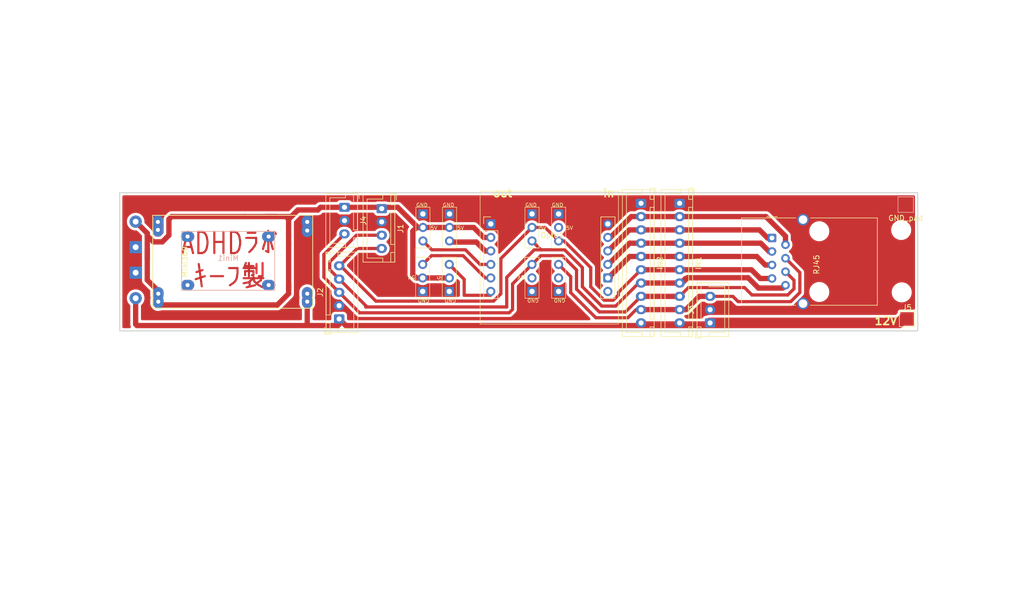
<source format=kicad_pcb>
(kicad_pcb
	(version 20240108)
	(generator "pcbnew")
	(generator_version "8.0")
	(general
		(thickness 1.6)
		(legacy_teardrops no)
	)
	(paper "A4")
	(layers
		(0 "F.Cu" signal)
		(31 "B.Cu" signal)
		(32 "B.Adhes" user "B.Adhesive")
		(33 "F.Adhes" user "F.Adhesive")
		(34 "B.Paste" user)
		(35 "F.Paste" user)
		(36 "B.SilkS" user "B.Silkscreen")
		(37 "F.SilkS" user "F.Silkscreen")
		(38 "B.Mask" user)
		(39 "F.Mask" user)
		(40 "Dwgs.User" user "User.Drawings")
		(41 "Cmts.User" user "User.Comments")
		(42 "Eco1.User" user "User.Eco1")
		(43 "Eco2.User" user "User.Eco2")
		(44 "Edge.Cuts" user)
		(45 "Margin" user)
		(46 "B.CrtYd" user "B.Courtyard")
		(47 "F.CrtYd" user "F.Courtyard")
		(48 "B.Fab" user)
		(49 "F.Fab" user)
		(50 "User.1" user)
		(51 "User.2" user)
		(52 "User.3" user)
		(53 "User.4" user)
		(54 "User.5" user)
		(55 "User.6" user)
		(56 "User.7" user)
		(57 "User.8" user)
		(58 "User.9" user)
	)
	(setup
		(pad_to_mask_clearance 0)
		(allow_soldermask_bridges_in_footprints no)
		(pcbplotparams
			(layerselection 0x0001010_ffffffff)
			(plot_on_all_layers_selection 0x0000000_00000000)
			(disableapertmacros no)
			(usegerberextensions yes)
			(usegerberattributes yes)
			(usegerberadvancedattributes yes)
			(creategerberjobfile no)
			(dashed_line_dash_ratio 12.000000)
			(dashed_line_gap_ratio 3.000000)
			(svgprecision 4)
			(plotframeref no)
			(viasonmask no)
			(mode 1)
			(useauxorigin no)
			(hpglpennumber 1)
			(hpglpenspeed 20)
			(hpglpendiameter 15.000000)
			(pdf_front_fp_property_popups yes)
			(pdf_back_fp_property_popups yes)
			(dxfpolygonmode yes)
			(dxfimperialunits yes)
			(dxfusepcbnewfont yes)
			(psnegative no)
			(psa4output no)
			(plotreference yes)
			(plotvalue yes)
			(plotfptext yes)
			(plotinvisibletext no)
			(sketchpadsonfab no)
			(subtractmaskfromsilk no)
			(outputformat 1)
			(mirror no)
			(drillshape 0)
			(scaleselection 1)
			(outputdirectory "gerber/")
		)
	)
	(net 0 "")
	(net 1 "GND")
	(net 2 "IN4")
	(net 3 "IN1")
	(net 4 "unconnected-(Opto1-NC-Pad6)")
	(net 5 "IN2")
	(net 6 "IN3")
	(net 7 "5V")
	(net 8 "12V")
	(net 9 "OUT2")
	(net 10 "OUT1")
	(net 11 "OUT3")
	(net 12 "OUT4")
	(net 13 "RX3")
	(net 14 "RX2")
	(net 15 "RX1")
	(net 16 "RX4")
	(net 17 "unconnected-(Srv8-5v-Pad2)")
	(net 18 "unconnected-(Srv7-5v-Pad2)")
	(footprint "Mini360_step-down:Mini560_step-down_pro" (layer "F.Cu") (at 89.75 75.75 90))
	(footprint "TestPoint:TestPoint_Pad_2.5x2.5mm" (layer "F.Cu") (at 226 86.5))
	(footprint "Library:Servo_pads" (layer "F.Cu") (at 155.5 66.75))
	(footprint "Library:Servo_pads" (layer "F.Cu") (at 139.95 81.33 180))
	(footprint "Connector_JST:JST_XH_B3B-XH-A_1x03_P2.50mm_Vertical" (layer "F.Cu") (at 120.25 65.5 -90))
	(footprint "Library:Servo_pads" (layer "F.Cu") (at 155.5 81.33 180))
	(footprint "Connector_JST:JST_XH_B10B-XH-A_1x10_P2.50mm_Vertical" (layer "F.Cu") (at 176 64.75 -90))
	(footprint "Library:TLP281_4_module" (layer "F.Cu") (at 159.2532 74.2148))
	(footprint "Connector_JST:JST_XH_B5B-XH-A_1x05_P2.50mm_Vertical" (layer "F.Cu") (at 119.25 86.5 90))
	(footprint "Library:Servo_pads" (layer "F.Cu") (at 160.5 66.75))
	(footprint (layer "F.Cu") (at 225 81.5))
	(footprint "Library:Servo_pads" (layer "F.Cu") (at 140 66.75))
	(footprint "Connector_JST:JST_XH_B4B-XH-A_1x04_P2.50mm_Vertical" (layer "F.Cu") (at 127.25 65.75 -90))
	(footprint (layer "F.Cu") (at 224.895627 69.767739))
	(footprint "Library:Servo_pads" (layer "F.Cu") (at 134.95 81.33 180))
	(footprint "Connector_JST:JST_XH_B10B-XH-A_1x10_P2.50mm_Vertical" (layer "F.Cu") (at 183.25 64.75 -90))
	(footprint "Library:Servo_pads" (layer "F.Cu") (at 160.5 81.33 180))
	(footprint "Connector_RJ:RJ45_Wuerth_7499010001A_Horizontal" (layer "F.Cu") (at 200.61 71.27))
	(footprint "Library:PWR_pads" (layer "F.Cu") (at 81 82.6 90))
	(footprint "Library:Servo_pads" (layer "F.Cu") (at 135 66.75))
	(footprint "Connector_JST:JST_XH_B3B-XH-A_1x03_P2.50mm_Vertical" (layer "F.Cu") (at 188.975 87.25 90))
	(footprint "Mini360_step-down:Mini360_step-down" (layer "B.Cu") (at 98.38 75.57))
	(footprint "TestPoint:TestPoint_Pad_2.5x2.5mm" (layer "B.Cu") (at 225.75 65))
	(footprint (layer "B.Cu") (at 226 86.5 180))
	(gr_rect
		(start 78 62.75)
		(end 228 88.75)
		(stroke
			(width 0.2)
			(type default)
		)
		(fill none)
		(layer "Edge.Cuts")
		(uuid "99981f6e-9965-426a-9d7b-58bc8738d408")
	)
	(gr_text "ADHDラボ\nキーフ製"
		(at 98.5 75.5 0)
		(layer "F.Cu")
		(uuid "5ad55d3a-2cf7-4517-8f81-8359e70fc327")
		(effects
			(font
				(size 4 3)
				(thickness 0.4)
			)
		)
	)
	(gr_text "12V"
		(at 219.75 87.75 0)
		(layer "F.SilkS")
		(uuid "38072ce0-75d8-40d2-97b3-20d963422d8c")
		(effects
			(font
				(size 1.5 1.5)
				(thickness 0.3)
				(bold yes)
			)
			(justify left bottom)
		)
	)
	(gr_text "out               in"
		(at 147.985 63.71 0)
		(layer "F.SilkS")
		(uuid "dd7e562d-5f5e-451f-9a0e-e01f2437c485")
		(effects
			(font
				(size 1.5 1.5)
				(thickness 0.3)
				(bold yes)
			)
			(justify left bottom)
		)
	)
	(segment
		(start 121.75 86.183148)
		(end 119.566852 84)
		(width 0.6)
		(layer "F.Cu")
		(net 1)
		(uuid "1ed6da4e-3fff-4fa8-a247-8e9526ea7cc8")
	)
	(segment
		(start 119.566852 84)
		(end 119.25 84)
		(width 0.6)
		(layer "F.Cu")
		(net 1)
		(uuid "33cc8ec9-a872-457a-b4bd-8638c715052e")
	)
	(segment
		(start 206.45 83.615)
		(end 206.95 83.115)
		(width 0.6)
		(layer "F.Cu")
		(net 1)
		(uuid "50a26b6a-4c95-44de-9236-1e9d488a1a9c")
	)
	(segment
		(start 151.75 86.45)
		(end 121.75 86.45)
		(width 0.6)
		(layer "F.Cu")
		(net 1)
		(uuid "798ad862-dea9-41b1-9626-094cf9562e01")
	)
	(segment
		(start 151.8 86.45)
		(end 151.75 86.45)
		(width 0.6)
		(layer "F.Cu")
		(net 1)
		(uuid "c465f7b8-7971-4b6a-b9f3-64afb0a0ca3b")
	)
	(segment
		(start 121.75 86.45)
		(end 121.75 86.183148)
		(width 0.6)
		(layer "F.Cu")
		(net 1)
		(uuid "f1b5df4e-f00d-40ed-a43b-85065f333f41")
	)
	(segment
		(start 169.826296 78.79)
		(end 169.75 78.79)
		(width 1)
		(layer "F.Cu")
		(net 2)
		(uuid "1e5fae07-9f05-44e6-b7ac-ca395b87b5ed")
	)
	(segment
		(start 183.25 74.75)
		(end 176 74.75)
		(width 1)
		(layer "F.Cu")
		(net 2)
		(uuid "44d3e754-c712-4e25-b63d-57cbbb47c86e")
	)
	(segment
		(start 197.75 74.75)
		(end 199.35 76.35)
		(width 1)
		(layer "F.Cu")
		(net 2)
		(uuid "4fe87027-1d6f-44a2-be59-d6e08937bf15")
	)
	(segment
		(start 176 74.75)
		(end 173.866296 74.75)
		(width 1)
		(layer "F.Cu")
		(net 2)
		(uuid "c22d8460-b7b0-4e9d-b1da-da6de5662381")
	)
	(segment
		(start 199.35 76.35)
		(end 200.61 76.35)
		(width 1)
		(layer "F.Cu")
		(net 2)
		(uuid "d18e3114-db6f-4095-8012-01d0b49c7e83")
	)
	(segment
		(start 170.21 78.79)
		(end 169.775 78.79)
		(width 1)
		(layer "F.Cu")
		(net 2)
		(uuid "d87fbf5d-a945-4913-baaa-0af9e0a6efa6")
	)
	(segment
		(start 183.25 74.75)
		(end 197.75 74.75)
		(width 1)
		(layer "F.Cu")
		(net 2)
		(uuid "dcd2a926-49d4-49b9-8396-3e0b87b3df7a")
	)
	(segment
		(start 173.866296 74.75)
		(end 169.826296 78.79)
		(width 1)
		(layer "F.Cu")
		(net 2)
		(uuid "ff78a822-cd0a-41b0-8369-2fff90534f0b")
	)
	(segment
		(start 174.164976 67.25)
		(end 176 67.25)
		(width 1)
		(layer "F.Cu")
		(net 3)
		(uuid "0804104d-7258-44b2-88ec-25888eead137")
	)
	(segment
		(start 169.851296 71.17)
		(end 169.775 71.17)
		(width 1)
		(layer "F.Cu")
		(net 3)
		(uuid "18b32d1f-bf2a-4d22-9578-7ab2f10b7629")
	)
	(segment
		(start 176 67.25)
		(end 183.25 67.25)
		(width 1)
		(layer "F.Cu")
		(net 3)
		(uuid "30b19611-1099-4a02-88cd-9faa000bfbfb")
	)
	(segment
		(start 199.46581 67.25)
		(end 203.15 70.93419)
		(width 1)
		(layer "F.Cu")
		(net 3)
		(uuid "379ca0ba-6682-46bd-b566-0597d1f8d223")
	)
	(segment
		(start 203.15 70.93419)
		(end 203.15 72.54)
		(width 1)
		(layer "F.Cu")
		(net 3)
		(uuid "445b5968-6c6a-4d62-9bf5-0f53a3a09960")
	)
	(segment
		(start 169.75 71.17)
		(end 170.244976 71.17)
		(width 1)
		(layer "F.Cu")
		(net 3)
		(uuid "56f8fe80-9245-4f07-a7ba-ab5bb72ea6e6")
	)
	(segment
		(start 183.25 67.25)
		(end 199.46581 67.25)
		(width 1)
		(layer "F.Cu")
		(net 3)
		(uuid "b1bfa106-897c-4c0f-997b-3d1ddd81b434")
	)
	(segment
		(start 170.244976 71.17)
		(end 174.164976 67.25)
		(width 1)
		(layer "F.Cu")
		(net 3)
		(uuid "b76577eb-9a6b-453b-b0fd-2ddc0fcfedaa")
	)
	(segment
		(start 173.311296 70.25)
		(end 169.851296 73.71)
		(width 1)
		(layer "F.Cu")
		(net 5)
		(uuid "09035943-06f7-47c0-a757-9b3daef197b5")
	)
	(segment
		(start 173.786296 69.75)
		(end 169.826296 73.71)
		(width 1)
		(layer "F.Cu")
		(net 5)
		(uuid "184f4f78-ffe9-4992-8cd7-be4f70c1e4f3")
	)
	(segment
		(start 198.25 69.75)
		(end 183.25 69.75)
		(width 1)
		(layer "F.Cu")
		(net 5)
		(uuid "35536974-8025-41b2-ab07-1e2780887de7")
	)
	(segment
		(start 199.77 71.27)
		(end 198.25 69.75)
		(width 1)
		(layer "F.Cu")
		(net 5)
		(uuid "6ec14e04-28b3-4f32-b6b3-99f6211bda7f")
	)
	(segment
		(start 169.826296 73.71)
		(end 169.75 73.71)
		(width 1)
		(layer "F.Cu")
		(net 5)
		(uuid "79ed2d84-ea30-41d0-baa3-4313f78791ea")
	)
	(segment
		(start 176 69.75)
		(end 173.786296 69.75)
		(width 1)
		(layer "F.Cu")
		(net 5)
		(uuid "7ce132f4-ed88-46ef-a669-4f335571fcbd")
	)
	(segment
		(start 183.25 69.75)
		(end 176 69.75)
		(width 1)
		(layer "F.Cu")
		(net 5)
		(uuid "85c53630-d386-416c-9451-4fb13171e8ab")
	)
	(segment
		(start 169.775 73.71)
		(end 169.851296 73.71)
		(width 1)
		(layer "F.Cu")
		(net 5)
		(uuid "dc6f2586-b7b5-41b8-812b-b7af1560ee31")
	)
	(segment
		(start 200.61 71.27)
		(end 199.77 71.27)
		(width 1)
		(layer "F.Cu")
		(net 5)
		(uuid "e1cecff9-146e-4a5e-b035-4f3c72b6bca1")
	)
	(segment
		(start 169.851296 76.25)
		(end 169.775 76.25)
		(width 1)
		(layer "F.Cu")
		(net 6)
		(uuid "04f65c05-1367-470f-8e72-39eeea7a9058")
	)
	(segment
		(start 183.25 72.25)
		(end 198.5 72.25)
		(width 1)
		(layer "F.Cu")
		(net 6)
		(uuid "3672549f-f7dd-45d6-87e4-21610c236a02")
	)
	(segment
		(start 200.06 73.81)
		(end 200.61 73.81)
		(width 1)
		(layer "F.Cu")
		(net 6)
		(uuid "78ac6e94-c766-4664-9e41-bde9c5cf4bc8")
	)
	(segment
		(start 183.25 72.25)
		(end 176 72.25)
		(width 1)
		(layer "F.Cu")
		(net 6)
		(uuid "7eed75a7-9d33-4e51-835d-de318afc6b4d")
	)
	(segment
		(start 173.851296 72.25)
		(end 169.851296 76.25)
		(width 1)
		(layer "F.Cu")
		(net 6)
		(uuid "93580d2f-8921-4ac2-a4dc-021ba15864bb")
	)
	(segment
		(start 198.5 72.25)
		(end 200.06 73.81)
		(width 1)
		(layer "F.Cu")
		(net 6)
		(uuid "a34eff10-688a-47eb-a187-8160d78091ec")
	)
	(segment
		(start 176 72.25)
		(end 173.851296 72.25)
		(width 1)
		(layer "F.Cu")
		(net 6)
		(uuid "fc3e7bca-96a8-44a7-829e-6c49f9161e42")
	)
	(segment
		(start 115.75 65.5)
		(end 120.25 65.5)
		(width 1)
		(layer "F.Cu")
		(net 7)
		(uuid "01268991-8a80-45dc-adf6-3e6e1b28c041")
	)
	(segment
		(start 105.5 67.25)
		(end 110.25 67.25)
		(width 1)
		(layer "F.Cu")
		(net 7)
		(uuid "027a7212-7a28-4390-8f07-4c5e99f4e4cf")
	)
	(segment
		(start 83.18 70.828427)
		(end 84.351573 72)
		(width 1)
		(layer "F.Cu")
		(net 7)
		(uuid "15c0cf7c-faf9-47b9-82ab-4510bf7d6627")
	)
	(segment
		(start 83.18 72.5)
		(end 83.18 70.38)
		(width 1)
		(layer "F.Cu")
		(net 7)
		(uuid "16d68ec3-496c-4e07-b4c8-06ffe6691e74")
	)
	(segment
		(start 133.1 78.142081)
		(end 133.747919 78.79)
		(width 1)
		(layer "F.Cu")
		(net 7)
		(uuid "2a51eda4-2df7-427d-bb74-9a8397e445a1")
	)
	(segment
		(start 109.75 81.75)
		(end 107.63 83.87)
		(width 1)
		(layer "F.Cu")
		(net 7)
		(uuid "34962ae8-aaef-4145-857c-5be965d84b13")
	)
	(segment
		(start 83.18 70.38)
		(end 83.18 70.828427)
		(width 1)
		(layer "F.Cu")
		(net 7)
		(uuid "3da91393-a1f2-4d95-9f9b-85f8e2bb856d")
	)
	(segment
		(start 83.18 79.18)
		(end 85.25 81.25)
		(width 1)
		(layer "F.Cu")
		(net 7)
		(uuid "4d892bb5-97bb-4213-8404-e510c7e65a26")
	)
	(segment
		(start 107.63 83.87)
		(end 85.87 83.87)
		(width 1)
		(layer "F.Cu")
		(net 7)
		(uuid "50a07786-f0bc-41e5-8252-f61e8d1d0279")
	)
	(segment
		(start 130.25 65.5)
		(end 134.04 69.29)
		(width 1)
		(layer "F.Cu")
		(net 7)
		(uuid "52902f79-2d68-4ec9-b115-74ce15443c05")
	)
	(segment
		(start 133.797919 69.29)
		(end 133.1 69.987919)
		(width 1)
		(layer "F.Cu")
		(net 7)
		(uuid "52f84f1a-bd7c-4e7d-a489-a3640c540374")
	)
	(segment
		(start 109.75 67.75)
		(end 111.5 66)
		(width 1)
		(layer "F.Cu")
		(net 7)
		(uuid "55071a6f-10e0-4cc3-af8a-8b1da01843f0")
	)
	(segment
		(start 83.18 75.18)
		(end 83.18 73.5)
		(width 1)
		(layer "F.Cu")
		(net 7)
		(uuid "563a1938-2363-4e85-815a-24f9e6bb38cf")
	)
	(segment
		(start 111.5 66)
		(end 115.25 66)
		(width 1)
		(layer "F.Cu")
		(net 7)
		(uuid "67861098-d04a-41ce-b475-b1795039e290")
	)
	(segment
		(start 135 69.29)
		(end 133.797919 69.29)
		(width 1)
		(layer "F.Cu")
		(net 7)
		(uuid "6aeaa812-20f7-4112-8e78-0bcd137a3eb6")
	)
	(segment
		(start 85.25 81.75)
		(end 85.508247 82.008247)
		(width 1)
		(layer "F.Cu")
		(net 7)
		(uuid "792b0989-9479-4bce-9d18-72ecc57ce0c0")
	)
	(segment
		(start 85.25 81.75)
		(end 85.25 83.25)
		(width 1)
		(layer "F.Cu")
		(net 7)
		(uuid "79a49c1c-a417-4d7d-bcbd-4753fcbf937b")
	)
	(segment
		(start 146.42 71.17)
		(end 144.54 69.29)
		(width 1)
		(layer "F.Cu")
		(net 7)
		(uuid "7acadb45-ff73-4f10-8a2a-8a22b4bf1ec3")
	)
	(segment
		(start 109.75 80)
		(end 109.75 81.75)
		(width 1)
		(layer "F.Cu")
		(net 7)
		(uuid "817d3c43-0695-4b9f-95e5-4744b6665b62")
	)
	(segment
		(start 83.18 73.5)
		(end 83.18 79.18)
		(width 1)
		(layer "F.Cu")
		(net 7)
		(uuid "84f48b64-e6ec-4a2b-8093-3a245cbc7afd")
	)
	(segment
		(start 84.351573 72)
		(end 86.008427 72)
		(width 1)
		(layer "F.Cu")
		(net 7)
		(uuid "88535661-6ca9-4284-ba80-57d25eeedd16")
	)
	(segment
		(start 144.54 69.29)
		(end 140 69.29)
		(width 1)
		(layer "F.Cu")
		(net 7)
		(uuid "899e636b-8848-4ea3-a69b-36d7c97fbb5c")
	)
	(segment
		(start 110.25 67.25)
		(end 111.5 66)
		(width 1)
		(layer "F.Cu")
		(net 7)
		(uuid "8c485bb9-5ca3-46ac-a5ab-820002c56faf")
	)
	(segment
		(start 87.25 67.75)
		(end 87.75 67.25)
		(width 1)
		(layer "F.Cu")
		(net 7)
		(uuid "91a64181-a3a1-4788-8e26-37523eaa308e")
	)
	(segment
		(start 120.25 65.5)
		(end 130.25 65.5)
		(width 1)
		(layer "F.Cu")
		(net 7)
		(uuid "93e2645a-9517-4277-b117-0bacf685a6f1")
	)
	(segment
		(start 101.5 67.25)
		(end 105.5 67.25)
		(width 1)
		(layer "F.Cu")
		(net 7)
		(uuid "9d3180e9-4783-4c9c-8f7e-e71c969559d1")
	)
	(segment
		(start 87.25 67.75)
		(end 87.25 70.758427)
		(width 1)
		(layer "F.Cu")
		(net 7)
		(uuid "9d5ea2bc-11ed-4e23-a94d-26b996bb9900")
	)
	(segment
		(start 109.75 80.98817)
		(end 109.75 80)
		(width 1)
		(layer "F.Cu")
		(net 7)
		(uuid "a3d0dfef-19f0-4178-b338-5a0ded7cbeb1")
	)
	(segment
		(start 133.1 69.987919)
		(end 133.1 78.142081)
		(width 1)
		(layer "F.Cu")
		(net 7)
		(uuid "ad51b70c-3f3a-4fc7-b5c3-6f3a1cbcc6e6")
	)
	(segment
		(start 135 69.29)
		(end 140 69.29)
		(width 1)
		(layer "F.Cu")
		(net 7)
		(uuid "ad797240-88a6-4c46-8fb9-1704e3805c77")
	)
	(segment
		(start 134.95 78.79)
		(end 139.95 78.79)
		(width 1)
		(layer "F.Cu")
		(net 7)
		(uuid "afb730ba-b5e6-4baf-959f-5478d085b847")
	)
	(segment
		(start 87.75 67.25)
		(end 101.5 67.25)
		(width 1)
		(layer "F.Cu")
		(net 7)
		(uuid "b1749f72-3e26-4c9b-bdea-3ad61155886d")
	)
	(segment
		(start 147.75 71.17)
		(end 146.42 71.17)
		(width 1)
		(layer "F.Cu")
		(net 7)
		(uuid "badc9c78-e655-4cd7-9a55-5246bc122a55")
	)
	(segment
		(start 115.25 66)
		(end 115.75 65.5)
		(width 1)
		(layer "F.Cu")
		(net 7)
		(uuid "be7f26ad-4818-4ebb-a539-264882359a89")
	)
	(segment
		(start 85.25 81.25)
		(end 85.25 81.75)
		(width 1)
		(layer "F.Cu")
		(net 7)
		(uuid "bf456bb3-3254-46a5-80b7-a865e83a2110")
	)
	(segment
		(start 105.5 67.25)
		(end 107.43 67.25)
		(width 1)
		(layer "F.Cu")
		(net 7)
		(uuid "c13b7fe8-b90e-450a-be29-f5a3d6bf451d")
	)
	(segment
		(start 109.75 67.75)
		(end 109.32 67.32)
		(width 1)
		(layer "F.Cu")
		(net 7)
		(uuid "c21ee3dc-a549-4bed-b53f-e58720845bf0")
	)
	(segment
		(start 109.75 80)
		(end 109.75 72.5)
		(width 1)
		(layer "F.Cu")
		(net 7)
		(uuid "c5d93ef4-2e89-457f-8bdd-e60692969061")
	)
	(segment
		(start 83.18 70.38)
		(end 81 68.2)
		(width 1)
		(layer "F.Cu")
		(net 7)
		(uuid "cc660ab6-8580-4f00-84a4-501a68e01a8b")
	)
	(segment
		(start 83.18 73.5)
		(end 83.18 72.5)
		(width 1)
		(layer "F.Cu")
		(net 7)
		(uuid "d84374c4-995a-4966-957c-dab0ae8d5f06")
	)
	(segment
		(start 86.008427 72)
		(end 87.25 70.758427)
		(width 1)
		(layer "F.Cu")
		(net 7)
		(uuid "e29e4bbe-efb7-4a96-aa78-d1d7747258a4")
	)
	(segment
		(start 134.04 69.29)
		(end 135 69.29)
		(width 1)
		(layer "F.Cu")
		(net 7)
		(uuid "ec84d255-4dd7-42c6-aab6-f94cfd6645ac")
	)
	(segment
		(start 85.87 83.87)
		(end 85.25 83.25)
		(width 1)
		(layer "F.Cu")
		(net 7)
		(uuid "f2a55ea8-cdd2-4e04-abfd-135332d8a290")
	)
	(segment
		(start 133.747919 78.79)
		(end 134.95 78.79)
		(width 1)
		(layer "F.Cu")
		(net 7)
		(uuid "f6e3e216-4d96-4044-8831-e2513668a598")
	)
	(segment
		(start 109.75 72.5)
		(end 109.75 67.75)
		(width 1)
		(layer "F.Cu")
		(net 7)
		(uuid "ffd8cec9-b1d8-4987-a1f1-7a8981647217")
	)
	(segment
		(start 81 82.6)
		(end 81 87.5)
		(width 1)
		(layer "F.Cu")
		(net 8)
		(uuid "0252abf3-d087-4e9f-afc5-b578345615fe")
	)
	(segment
		(start 119.25 87.5)
		(end 119 87.75)
		(width 1)
		(layer "F.Cu")
		(net 8)
		(uuid "052311ee-d35c-4676-bbcc-af20b56bc988")
	)
	(segment
		(start 119 87.75)
		(end 113 87.75)
		(width 1)
		(layer "F.Cu")
		(net 8)
		(uuid "06bdfb26-aa03-436b-a0ec-c5c1ba8e8a9f")
	)
	(segment
		(start 81 87.5)
		(end 81.25 87.75)
		(width 1)
		(layer "F.Cu")
		(net 8)
		(uuid "30c0211c-b28e-44e0-a897-d8f1669bb970")
	)
	(segment
		(start 113.25 87.5)
		(end 113.25 81.4775)
		(width 1)
		(layer "F.Cu")
		(net 8)
		(uuid "3202b3a8-9b25-40a6-ab0f-768de4547f7c")
	)
	(segment
		(start 188.475 87.75)
		(end 188.975 87.25)
		(width 1)
		(layer "F.Cu")
		(net 8)
		(uuid "37ce2acc-ec0f-4524-891a-c5e83f502110")
	)
	(segment
		(start 81.25 87.75)
		(end 113 87.75)
		(width 1)
		(layer "F.Cu")
		(net 8)
		(uuid "4cfcfa39-0b91-4dd1-a83c-0d59322ddecd")
	)
	(segment
		(start 226 86.5)
		(end 225.25 86.5)
		(width 2)
		(layer "F.Cu")
		(net 8)
		(uuid "4e0872eb-8936-4967-9f0d-022c6aad84ac")
	)
	(segment
		(start 119.25 86.5)
		(end 120.5 87.75)
		(width 1)
		(layer "F.Cu")
		(net 8)
		(uuid "632e5ec9-a955-4d43-a5d8-7d9388a580b3")
	)
	(segment
		(start 176 87.25)
		(end 183.25 87.25)
		(width 0.6)
		(layer "F.Cu")
		(net 8)
		(uuid "69f75857-e89a-4151-a0f5-004beb3cd436")
	)
	(segment
		(start 224.5 87.25)
		(end 188.975 87.25)
		(width 2)
		(layer "F.Cu")
		(net 8)
		(uuid "6cfec78c-5604-4e06-af2c-e9fc1bb8a486")
	)
	(segment
		(start 225.25 86.5)
		(end 224.5 87.25)
		(width 2)
		(layer "F.Cu")
		(net 8)
		(uuid "818f2941-a525-42a9-8e48-abb16e342d25")
	)
	(segment
		(start 119.25 86.5)
		(end 119.25 87.5)
		(width 1)
		(layer "F.Cu")
		(net 8)
		(uuid "a3271490-78f6-4fe0-9862-29c77b1265f2")
	)
	(segment
		(start 113 87.75)
		(end 113.25 87.5)
		(width 1)
		(layer "F.Cu")
		(net 8)
		(uuid "bb4cb920-aedf-4c3a-ba64-c0129eaea86e")
	)
	(segment
		(start 183.25 87.25)
		(end 188.975 87.25)
		(width 0.6)
		(layer "F.Cu")
		(net 8)
		(uuid "c8111c01-1c8e-4caf-869a-a93042872955")
	)
	(segment
		(start 120.5 87.75)
		(end 188.475 87.75)
		(width 1)
		(layer "F.Cu")
		(net 8)
		(uuid "f205c12a-f805-49bd-9d00-1dba77703910")
	)
	(segment
		(start 143.19 73.69)
		(end 145.75 76.25)
		(width 0.6)
		(layer "F.Cu")
		(net 9)
		(uuid "46452387-1682-493f-a00e-d023ab21b487")
	)
	(segment
		(start 136.67 73.5)
		(end 135 71.83)
		(width 0.6)
		(layer "F.Cu")
		(net 9)
		(uuid "4fce0d62-b4af-4983-be26-b1901657b36e")
	)
	(segment
		(start 143.000001 73.5)
		(end 136.67 73.5)
		(width 0.6)
		(layer "F.Cu")
		(net 9)
		(uuid "9b8ad141-cc5e-4702-b894-8277f055baac")
	)
	(segment
		(start 143.19 73.69)
		(end 143.000001 73.5)
		(width 0.6)
		(layer "F.Cu")
		(net 9)
		(uuid "c0b4964c-a987-49c3-a0e8-87dbae6228fd")
	)
	(segment
		(start 145.75 76.25)
		(end 147.75 76.25)
		(width 0.6)
		(layer "F.Cu")
		(net 9)
		(uuid "d5927c43-7382-45b5-9c15-756d6aa2df6b")
	)
	(segment
		(start 146.71 73.71)
		(end 147.75 73.71)
		(width 1)
		(layer "F.Cu")
		(net 10)
		(uuid "66a0b13d-4435-406f-bf9e-d3d537b67360")
	)
	(segment
		(start 140 72.04)
		(end 145.04 72.04)
		(width 1)
		(layer "F.Cu")
		(net 10)
		(uuid "96752af3-4cac-4f04-865d-c9248b8a4600")
	)
	(segment
		(start 145.04 72.04)
		(end 146.71 73.71)
		(width 1)
		(layer "F.Cu")
		(net 10)
		(uuid "b7f37754-deb2-4b8e-bdff-6c2133ac6892")
	)
	(segment
		(start 147.75 78.79)
		(end 146.734366 78.79)
		(width 0.6)
		(layer "F.Cu")
		(net 11)
		(uuid "3498eb1d-e258-460a-a762-d04a865a3cec")
	)
	(segment
		(start 142.544366 74.6)
		(end 136.6 74.6)
		(width 0.6)
		(layer "F.Cu")
		(net 11)
		(uuid "49979d5f-20d0-4eae-8e3b-fb55d20b32ef")
	)
	(segment
		(start 136.6 74.6)
		(end 134.95 76.25)
		(width 0.6)
		(layer "F.Cu")
		(net 11)
		(uuid "533a489d-8123-43f1-aeaa-853db6c86886")
	)
	(segment
		(start 146.734366 78.79)
		(end 142.544366 74.6)
		(width 0.6)
		(layer "F.Cu")
		(net 11)
		(uuid "b8b31520-8b72-4f3d-b68e-11d041cca745")
	)
	(segment
		(start 142.75 79.05)
		(end 139.95 76.25)
		(width 0.6)
		(layer "F.Cu")
		(net 12)
		(uuid "433a4013-3d52-4041-82df-1b5713cacbfe")
	)
	(segment
		(start 141.255634 77.555634)
		(end 139.95 76.25)
		(width 0.6)
		(layer "F.Cu")
		(net 12)
		(uuid "4b916854-7c59-44c6-a9d9-3c1a834f1fb7")
	)
	(segment
		(start 147.75 82)
		(end 147.7 82.05)
		(width 0.6)
		(layer "F.Cu")
		(net 12)
		(uuid "7574fb9d-4490-4e78-98ee-0d6f79e909f7")
	)
	(segment
		(start 147.7 82.05)
		(end 142.75 82.05)
		(width 0.6)
		(layer "F.Cu")
		(net 12)
		(uuid "8a9f22a5-04ad-4193-aefc-e0bab79a1c7f")
	)
	(segment
		(start 142.75 82.05)
		(end 142.75 79.05)
		(width 0.6)
		(layer "F.Cu")
		(net 12)
		(uuid "bdfc6ea5-249a-4bb6-9251-2d39f417ef95")
	)
	(segment
		(start 147.718732 81.33)
		(end 147.75 81.33)
		(width 0.6)
		(layer "F.Cu")
		(net 12)
		(uuid "d4b403c3-4de2-4f0e-b448-75c33ef83fd3")
	)
	(segment
		(start 147.75 81.33)
		(end 147.75 82)
		(width 0.6)
		(layer "F.Cu")
		(net 12)
		(uuid "faac646e-09a9-4b94-b6b2-7306cc79b848")
	)
	(segment
		(start 116.375 78.625)
		(end 116.375 74.375)
		(width 0.6)
		(layer "F.Cu")
		(net 13)
		(uuid "1bfb148a-3a50-41b6-b201-07b396ce44ab")
	)
	(segment
		(start 173.07 85.18)
		(end 168.155277 85.18)
		(width 0.6)
		(layer "F.Cu")
		(net 13)
		(uuid "2298dbb3-0664-4880-bc03-43ad7de0882b")
	)
	(segment
		(start 155.5 76.25)
		(end 157.15 74.6)
		(width 0.6)
		(layer "F.Cu")
		(net 13)
		(uuid "32a2ddef-50d9-4894-8610-eed6ed482b69")
	)
	(segment
		(start 116.375 74.375)
		(end 120.25 70.5)
		(width 0.6)
		(layer "F.Cu")
		(net 13)
		(uuid "480c1346-ede5-4890-8909-21db0462223b")
	)
	(segment
		(start 204.75 79.22)
		(end 204.75 80.822742)
		(width 0.6)
		(layer "F.Cu")
		(net 13)
		(uuid "4c721bab-2dcc-4e0b-af39-0c6982e16669")
	)
	(segment
		(start 168.155277 85.18)
		(end 163.872183 80.896906)
		(width 0.6)
		(layer "F.Cu")
		(net 13)
		(uuid "5abf1c18-c92b-4acb-a511-a4a1bdbc8c0a")
	)
	(segment
		(start 151.205635 85.35)
		(end 123.1 85.35)
		(width 0.6)
		(layer "F.Cu")
		(net 13)
		(uuid "5e9b4b11-6e29-46bd-ada7-50b3bb1fe7ef")
	)
	(segment
		(start 203.582742 81.99)
		(end 196.84 81.99)
		(width 0.6)
		(layer "F.Cu")
		(net 13)
		(uuid "68bd9b92-8015-4c2b-a674-5967f78b39c4")
	)
	(segment
		(start 163.872183 77.28873)
		(end 163.872183 80.896906)
		(width 0.6)
		(layer "F.Cu")
		(net 13)
		(uuid "6b438c50-179e-4be9-9c67-7ecf07348970")
	)
	(segment
		(start 203.15 77.62)
		(end 204.75 79.22)
		(width 0.6)
		(layer "F.Cu")
		(net 13)
		(uuid "7162e9aa-65d7-4d9b-b74a-5dbf115833d9")
	)
	(segment
		(start 123.1 85.35)
		(end 119.25 81.5)
		(width 0.6)
		(layer "F.Cu")
		(net 13)
		(uuid "71783e71-b602-4339-9fc1-62f3f36b57db")
	)
	(segment
		(start 184.9 80.6)
		(end 183.25 82.25)
		(width 0.6)
		(layer "F.Cu")
		(net 13)
		(uuid "7686078d-4ec3-4896-9167-a42783ddc4f6")
	)
	(segment
		(start 196.05 81.2)
		(end 195.45 80.6)
		(width 0.6)
		(layer "F.Cu")
		(net 13)
		(uuid "8caf9b71-ce60-41f2-ad6e-8c695c029940")
	)
	(segment
		(start 196.84 81.99)
		(end 196.05 81.2)
		(width 0.6)
		(layer "F.Cu")
		(net 13)
		(uuid "939db2ec-6e28-4ff0-af67-197dcdbf56ce")
	)
	(segment
		(start 183.25 82.25)
		(end 183.75 82.25)
		(width 1)
		(layer "F.Cu")
		(net 13)
		(uuid "99cd3266-4557-46e8-b364-81c1d28366dd")
	)
	(segment
		(start 119.25 81.5)
		(end 116.375 78.625)
		(width 0.6)
		(layer "F.Cu")
		(net 13)
		(uuid "b144c0a8-4b69-4239-b675-35845b0da85e")
	)
	(segment
		(start 161.183453 74.6)
		(end 163.872183 77.28873)
		(width 0.6)
		(layer "F.Cu")
		(net 13)
		(uuid "b7f10a40-87f1-433f-aa49-0d14bf2fbf8d")
	)
	(segment
		(start 157.15 74.6)
		(end 161.183453 74.6)
		(width 0.6)
		(layer "F.Cu")
		(net 13)
		(uuid "ba8d8464-adca-4b88-90a3-552527409015")
	)
	(segment
		(start 155.5 76.25)
		(end 151.85 79.9)
		(width 0.6)
		(layer "F.Cu")
		(net 13)
		(uuid "c7f59110-5002-49e8-a80e-411a2ba6d921")
	)
	(segment
		(start 176 82.25)
		(end 173.07 85.18)
		(width 0.6)
		(layer "F.Cu")
		(net 13)
		(uuid "d270f0b2-f468-4e3c-8fb1-fba38107a083")
	)
	(segment
		(start 183.25 82.25)
		(end 176 82.25)
		(width 1)
		(layer "F.Cu")
		(net 13)
		(uuid "d3936237-be04-412a-a6d3-1b52fb05c81a")
	)
	(segment
		(start 151.85 79.9)
		(end 151.85 84.705635)
		(width 0.6)
		(layer "F.Cu")
		(net 13)
		(uuid "e8e20ed2-c1b7-4a8e-81f0-bf35d50870e0")
	)
	(segment
		(start 204.75 80.822742)
		(end 203.582742 81.99)
		(width 0.6)
		(layer "F.Cu")
		(net 13)
		(uuid "f520ddef-340c-4b88-83ac-99d42ce26969")
	)
	(segment
		(start 151.85 84.705635)
		(end 151.205635 85.35)
		(width 0.6)
		(layer "F.Cu")
		(net 13)
		(uuid "f9f85cc3-f1d2-4806-94e9-35304c9f34c1")
	)
	(segment
		(start 195.45 80.6)
		(end 184.9 80.6)
		(width 0.6)
		(layer "F.Cu")
		(net 13)
		(uuid "fd9680fd-0ec9-4073-b1a7-2d14a785c98d")
	)
	(segment
		(start 183.25 79.75)
		(end 176 79.75)
		(width 1)
		(layer "F.Cu")
		(net 14)
		(uuid "1701356e-6420-4a5c-a9d4-0c3873841632")
	)
	(segment
		(start 150.75 78.666547)
		(end 155.916547 73.5)
		(width 0.6)
		(layer "F.Cu")
		(net 14)
		(uuid "18b47ee0-3458-45ae-807f-1559392f5efb")
	)
	(segment
		(start 168.610912 84.08)
		(end 171.225635 84.08)
		(width 0.6)
		(layer "F.Cu")
		(net 14)
		(uuid "1f2dc214-2194-430b-b7c6-65716a145b11")
	)
	(segment
		(start 183.491295 79.75)
		(end 183.25 79.75)
		(width 1)
		(layer "F.Cu")
		(net 14)
		(uuid "2b8c3c59-eeb4-4651-b4e1-08917d059a84")
	)
	(segment
		(start 183.75 79.75)
		(end 184.75 78.75)
		(width 1)
		(layer "F.Cu")
		(net 14)
		(uuid "2cc31504-14eb-4422-b7dc-cb9a72056b1f")
	)
	(segment
		(start 117.475 75.775)
		(end 120.5 72.75)
		(width 0.6)
		(layer "F.Cu")
		(net 14)
		(uuid "4025dfbb-6a98-4905-b6f6-c915f839c2f8")
	)
	(segment
		(start 198.06868 80.69)
		(end 202.62 80.69)
		(width 1)
		(layer "F.Cu")
		(net 14)
		(uuid "4060ba0d-c5a7-415a-a2aa-b28a6118ebfa")
	)
	(segment
		(start 119.25 79)
		(end 124.25 84)
		(width 0.6)
		(layer "F.Cu")
		(net 14)
		(uuid "43414de8-4e01-4c7b-9e44-f81c9bcc8aff")
	)
	(segment
		(start 150.75 84.25)
		(end 150.75 78.666547)
		(width 0.6)
		(layer "F.Cu")
		(net 14)
		(uuid "4b10559c-934b-4817-bfdb-2e26959142b7")
	)
	(segment
		(start 175.555634 79.75)
		(end 176 79.75)
		(width 0.6)
		(layer "F.Cu")
		(net 14)
		(uuid "51fe20e8-71b7-4509-b88e-0b2e340ca4aa")
	)
	(segment
		(start 171.225635 84.08)
		(end 172.902817 82.402817)
		(width 0.6)
		(layer "F.Cu")
		(net 14)
		(uuid "566b6ae1-6c1a-4853-a5ea-b5042966bf60")
	)
	(segment
		(start 183.25 79.75)
		(end 183.75 79.75)
		(width 1)
		(layer "F.Cu")
		(net 14)
		(uuid "63ccf548-e1be-4f34-b609-81002e7ad96f")
	)
	(segment
		(start 157.17 73.5)
		(end 161.639087 73.5)
		(width 0.6)
		(layer "F.Cu")
		(net 14)
		(uuid "66a7981e-e326-402d-be1b-072df531fde6")
	)
	(segment
		(start 172.902817 82.402817)
		(end 175.555634 79.75)
		(width 0.6)
		(layer "F.Cu")
		(net 14)
		(uuid "6ad62e31-35a3-4589-8563-9d36d93082c6")
	)
	(segment
		(start 155.5 71.83)
		(end 157.17 73.5)
		(width 0.6)
		(layer "F.Cu")
		(net 14)
		(uuid "70761256-9a94-4d55-8728-2430050039e7")
	)
	(segment
		(start 155.916547 73.5)
		(end 157.17 73.5)
		(width 0.6)
		(layer "F.Cu")
		(net 14)
		(uuid "905e8d77-b67c-4cc0-a6b5-1807636ce4de")
	)
	(segment
		(start 164.972183 80.441271)
		(end 168.610912 84.08)
		(width 0.6)
		(layer "F.Cu")
		(net 14)
		(uuid "a6bc4b08-d30d-484d-aab1-c7935d5afbbe")
	)
	(segment
		(start 184.75 78.75)
		(end 196.12868 78.75)
		(width 1)
		(layer "F.Cu")
		(net 14)
		(uuid "bd8f3803-722d-479b-84df-13fe8997f2bd")
	)
	(segment
		(start 127.25 70.75)
		(end 122.5 70.75)
		(width 0.6)
		(layer "F.Cu")
		(net 14)
		(uuid "c0fd6d82-442a-4270-9fd9-4c4c85ab60c8")
	)
	(segment
		(start 124.25 84)
		(end 124.25 84.25)
		(width 0.6)
		(layer "F.Cu")
		(net 14)
		(uuid "c2f365a0-c8ca-4013-8ebc-4b9e3b38d56f")
	)
	(segment
		(start 122.5 70.75)
		(end 120.5 72.75)
		(width 0.6)
		(layer "F.Cu")
		(net 14)
		(uuid "cb5f4bf7-9fc5-42aa-8cf8-0060cc2e1a80")
	)
	(segment
		(start 117.475 77.225)
		(end 117.475 75.775)
		(width 0.6)
		(layer "F.Cu")
		(net 14)
		(uuid "d09575b2-d9af-49dc-81ef-5f98852079bd")
	)
	(segment
		(start 164.972183 76.833096)
		(end 164.972183 80.441271)
		(width 0.6)
		(layer "F.Cu")
		(net 14)
		(uuid "e5a60180-5839-4335-9ef3-60abc1021e97")
	)
	(segment
		(start 184.351295 78.89)
		(end 183.491295 79.75)
		(width 1)
		(layer "F.Cu")
		(net 14)
		(uuid "e7187287-4f33-4720-9b47-7ff01fd9eca3")
	)
	(segment
		(start 119.25 79)
		(end 117.475 77.225)
		(width 0.6)
		(layer "F.Cu")
		(net 14)
		(uuid "e88723d2-53e2-4c0a-a4ac-af8146201135")
	)
	(segment
		(start 202.62 80.69)
		(end 203.15 80.16)
		(width 1)
		(layer "F.Cu")
		(net 14)
		(uuid "f1c1e296-efb3-4ad6-af89-094b653d4598")
	)
	(segment
		(start 150.75 84.25)
		(end 124.25 84.25)
		(width 0.6)
		(layer "F.Cu")
		(net 14)
		(uuid "f925ffa0-214f-4460-93cf-5fb4b3f32e61")
	)
	(segment
		(start 196.12868 78.75)
		(end 198.06868 80.69)
		(width 1)
		(layer "F.Cu")
		(net 14)
		(uuid "fdac0575-dbe0-486b-8404-bef481d35516")
	)
	(segment
		(start 161.639087 73.5)
		(end 164.972183 76.833096)
		(width 0.6)
		(layer "F.Cu")
		(net 14)
		(uuid "fff0a5c3-ceda-4012-a954-c4a607dde39e")
	)
	(segment
		(start 148.263453 83.15)
		(end 149.65 81.763453)
		(width 0.6)
		(layer "F.Cu")
		(net 15)
		(uuid "0f7bbe52-b7c6-47ac-a0f7-0741c7716dcf")
	)
	(segment
		(start 119.375 76.5)
		(end 119.25 76.5)
		(width 0.6)
		(layer "F.Cu")
		(net 15)
		(uuid "11e7085c-47f1-4a27-b3fb-913d27a12ae2")
	)
	(segment
		(start 119.5 76.5)
		(end 119.25 76.5)
		(width 0.6)
		(layer "F.Cu")
		(net 15)
		(uuid "1b7f763f-41ce-4770-bf06-aa831248fc8e")
	)
	(segment
		(start 183.25 77.25)
		(end 196.75 77.25)
		(width 1)
		(layer "F.Cu")
		(net 15)
		(uuid "1dbb2ad7-4cd2-45e1-b01f-2d942743f062")
	)
	(segment
		(start 161.524722 71.83)
		(end 166.543274 76.848552)
		(width 0.6)
		(layer "F.Cu")
		(net 15)
		(uuid "3099c1d4-512c-4f19-9e89-ff92c5f4f87c")
	)
	(segment
		(start 155.5 69.29)
		(end 157.96 69.29)
		(width 0.6)
		(layer "F.Cu")
		(net 15)
		(uuid "359f3469-ee9a-46fc-9745-05f29617fdae")
	)
	(segment
		(start 122.625 73.25)
		(end 119.375 76.5)
		(width 0.6)
		(layer "F.Cu")
		(net 15)
		(uuid "4eaef032-d2fb-46b9-8d1e-f07a2c8e167b")
	)
	(segment
		(start 170.77 82.98)
		(end 171.75 82)
		(width 0.6)
		(layer "F.Cu")
		(net 15)
		(uuid "51276859-2317-4b88-b4e6-2778345f3c12")
	)
	(segment
		(start 149.65 81.763453)
		(end 149.65 75.14)
		(width 0.6)
		(layer "F.Cu")
		(net 15)
		(uuid "5412a4e7-c1db-452b-99fe-0854e307d8a9")
	)
	(segment
		(start 166.543274 76.848552)
		(end 166.543274 80.456726)
		(width 0.6)
		(layer "F.Cu")
		(net 15)
		(uuid "6b14cf75-9c35-4d15-8a36-a085aff92239")
	)
	(segment
		(start 127.25 73.25)
		(end 122.625 73.25)
		(width 0.6)
		(layer "F.Cu")
		(net 15)
		(uuid "6ee983c9-acbb-48c9-8b5d-43b64606b3f1")
	)
	(segment
		(start 171.75 81.5)
		(end 176 77.25)
		(width 0.6)
		(layer "F.Cu")
		(net 15)
		(uuid "81d20988-b2db-4135-ba8c-7dface8e1108")
	)
	(segment
		(start 183.25 77.25)
		(end 176 77.25)
		(width 1)
		(layer "F.Cu")
		(net 15)
		(uuid "83e9f28d-0198-49b6-86f5-9b921433986e")
	)
	(segment
		(start 166.543274 80.456726)
		(end 169.066547 82.98)
		(width 0.6)
		(layer "F.Cu")
		(net 15)
		(uuid "9277a987-872e-4f17-87c1-562a0958936c")
	)
	(segment
		(start 171.75 82)
		(end 171.75 81.5)
		(width 0.6)
		(layer "F.Cu")
		(net 15)
		(uuid "a17a3042-8798-47af-b3bc-23152255c28f")
	)
	(segment
		(start 149.65 75.14)
		(end 155.5 69.29)
		(width 0.6)
		(layer "F.Cu")
		(net 15)
		(uuid "a288f281-eb2c-4cd3-9b47-97b5ab0fbe67")
	)
	(segment
		(start 198.39 78.89)
		(end 200.61 78.89)
		(width 1)
		(layer "F.Cu")
		(net 15)
		(uuid "a85038bf-424e-4871-b5a2-32d0db2f5866")
	)
	(segment
		(start 160.5 71.83)
		(end 161.524722 71.83)
		(width 0.6)
		(layer "F.Cu")
		(net 15)
		(uuid "b01c6721-c9f4-472d-88c9-b5609f90a18c")
	)
	(segment
		(start 196.75 77.25)
		(end 198.39 78.89)
		(width 1)
		(layer "F.Cu")
		(net 15)
		(uuid "b8386692-4f07-4f7b-af43-7fe730adaa89")
	)
	(segment
		(start 169.066547 82.98)
		(end 170.77 82.98)
		(width 0.6)
		(layer "F.Cu")
		(net 15)
		(uuid "c40980f9-eb18-4532-8a20-49c069084d73")
	)
	(segment
		(start 200.61 78.89)
		(end 200.4 79.1)
		(width 1)
		(layer "F.Cu")
		(net 15)
		(uuid "d10abe82-6866-47d1-86d1-e6ec589b1843")
	)
	(segment
		(start 157.96 69.29)
		(end 160.5 71.83)
		(width 0.6)
		(layer "F.Cu")
		(net 15)
		(uuid "f600bde9-0bb3-4693-8539-f0ba39385927")
	)
	(segment
		(start 148.263453 83.15)
		(end 126.15 83.15)
		(width 0.6)
		(layer "F.Cu")
		(net 15)
		(uuid "fc93b0d9-7f97-4013-862b-b7607ec2ba0e")
	)
	(segment
		(start 126.15 83.15)
		(end 119.5 76.5)
		(width 0.6)
		(layer "F.Cu")
		(net 15)
		(uuid "fe7dfa8e-db3b-484c-b054-70aedb49d09a")
	)
	(segment
		(start 176 84.75)
		(end 175.055634 84.75)
		(width 0.6)
		(layer "F.Cu")
		(net 16)
		(uuid "05a68a3e-fe5e-42b4-a617-a95feccbc84d")
	)
	(segment
		(start 193.25 82.25)
		(end 194.25 83.25)
		(width 0.6)
		(layer "F.Cu")
		(net 16)
		(uuid "1d43d265-f721-4c3a-8fb3-bcf7059bf770")
	)
	(segment
		(start 205.85 81.527994)
		(end 204.127994 83.25)
		(width 0.6)
		(layer "F.Cu")
		(net 16)
		(uuid "1f44597d-8c2b-4661-89e6-75419a81b677")
	)
	(segment
		(start 186.94 82.25)
		(end 186.72 82.47)
		(width 1)
		(layer "F.Cu")
		(net 16)
		(uuid "32d1fddb-952c-4d2a-98c3-172621c4d4fa")
	)
	(segment
		(start 205.85 77.78)
		(end 205.85 81.527994)
		(width 0.6)
		(layer "F.Cu")
		(net 16)
		(uuid "34e4d73f-d7f4-4382-9f56-15fb0ca90c5c")
	)
	(segment
		(start 204.127994 83.25)
		(end 194.25 83.25)
		(width 0.6)
		(layer "F.Cu")
		(net 16)
		(uuid "38d6f4a8-c9f9-45d0-9f53-30ed9dd160cb")
	)
	(segment
		(start 162.772183 81.552183)
		(end 162.772183 78.522183)
		(width 0.6)
		(layer "F.Cu")
		(net 16)
		(uuid "69e6d936-073c-4b94-b203-67376a484ea0")
	)
	(segment
		(start 183.25 84.75)
		(end 176 84.75)
		(width 1)
		(layer "F.Cu")
		(net 16)
		(uuid "70f58e34-707d-4ef0-be63-d7fc993575c1")
	)
	(segment
		(start 162.772183 78.522183)
		(end 160.5 76.25)
		(width 0.6)
		(layer "F.Cu")
		(net 16)
		(uuid "7e1fa10c-3dd1-4d88-add9-f40f4b8394f6")
	)
	(segment
		(start 188.975 82.25)
		(end 193.25 82.25)
		(width 0.6)
		(layer "F.Cu")
		(net 16)
		(uuid "88339170-ef0d-44ba-8945-41411fe7fa54")
	)
	(segment
		(start 173.525634 86.28)
		(end 167.5 86.28)
		(width 0.6)
		(layer "F.Cu")
		(net 16)
		(uuid "a896d2b3-0134-4a73-ad27-94664174d8d5")
	)
	(segment
		(start 167.5 86.28)
		(end 162.772183 81.552183)
		(width 0.6)
		(layer "F.Cu")
		(net 16)
		(uuid "b03ad2e2-2915-47e0-8e9d-4ba462d61f93")
	)
	(segment
		(start 175.055634 84.75)
		(end 173.525634 86.28)
		(width 0.6)
		(layer "F.Cu")
		(net 16)
		(uuid "b6b877b2-6202-4d3a-b10c-5173e3ab10c7")
	)
	(segment
		(start 203.15 75.08)
		(end 205.85 77.78)
		(width 0.6)
		(layer "F.Cu")
		(net 16)
		(uuid "c0704523-cc8e-47f4-8000-48f07336dd30")
	)
	(segment
		(start 186.72 82.47)
		(end 184.44 84.75)
		(width 1)
		(layer "F.Cu")
		(net 16)
		(uuid "c37d78a9-c221-4f2a-885d-36d88a2a70ab")
	)
	(segment
		(start 189 82.25)
		(end 186.94 82.25)
		(width 1)
		(layer "F.Cu")
		(net 16)
		(uuid "d375dd5c-4494-4af5-97ee-16726dd6271a")
	)
	(segment
		(start 184.44 84.75)
		(end 183.25 84.75)
		(width 1)
		(layer "F.Cu")
		(net 16)
		(uuid "fecf02cc-05cd-43ba-add6-e79390294d99")
	)
	(zone
		(net 1)
		(net_name "GND")
		(layer "F.Cu")
		(uuid "8137eb33-9883-4698-8f46-f1ea286735d0")
		(hatch edge 0.5)
		(connect_pads yes
			(clearance 0.5)
		)
		(min_thickness 0.5)
		(filled_areas_thickness no)
		(fill yes
			(thermal_gap 0.5)
			(thermal_bridge_width 0.5)
		)
		(polygon
			(pts
				(xy 122.75 26.5) (xy 199.75 27.25) (xy 248 86.25) (xy 159.75 137.75) (xy 55.5 80.5)
			)
		)
		(filled_polygon
			(layer "F.Cu")
			(pts
				(xy 227.345788 63.269454) (xy 227.42657 63.32343) (xy 227.480546 63.404212) (xy 227.4995 63.4995)
				(xy 227.4995 84.5005) (xy 227.480546 84.595788) (xy 227.42657 84.67657) (xy 227.345788 84.730546)
				(xy 227.2505 84.7495) (xy 224.702134 84.7495) (xy 224.70213 84.7495) (xy 224.702128 84.749501) (xy 224.689314 84.750878)
				(xy 224.642519 84.755908) (xy 224.642515 84.755909) (xy 224.50767 84.806203) (xy 224.392455 84.892453)
				(xy 224.392453 84.892455) (xy 224.306204 85.007669) (xy 224.255908 85.142518) (xy 224.2495 85.202123)
				(xy 224.2495 85.275333) (xy 224.230546 85.370621) (xy 224.17657 85.451402) (xy 223.951404 85.676569)
				(xy 223.870623 85.730546) (xy 223.775335 85.7495) (xy 188.856908 85.7495) (xy 188.856905 85.7495)
				(xy 188.856896 85.749501) (xy 188.623635 85.786446) (xy 188.399006 85.859432) (xy 188.373625 85.872364)
				(xy 188.280117 85.898733) (xy 188.260592 85.8995) (xy 188.199994 85.8995) (xy 188.097199 85.910001)
				(xy 187.930667 85.965185) (xy 187.781346 86.057286) (xy 187.657286 86.181346) (xy 187.633509 86.219896)
				(xy 187.569033 86.32443) (xy 187.564846 86.331218) (xy 187.49869 86.402369) (xy 187.410342 86.442788)
				(xy 187.352917 86.4495) (xy 184.587535 86.4495) (xy 184.492247 86.430546) (xy 184.411465 86.37657)
				(xy 184.411465 86.376569) (xy 184.254798 86.219901) (xy 184.254795 86.219899) (xy 184.254792 86.219896)
				(xy 184.229396 86.201445) (xy 184.163449 86.130106) (xy 184.12982 86.038956) (xy 184.133633 85.941876)
				(xy 184.174306 85.853645) (xy 184.229505 85.798475) (xy 184.230197 85.797972) (xy 184.31845 85.757347)
				(xy 184.376443 85.7505) (xy 184.538541 85.7505) (xy 184.664223 85.7255) (xy 184.731836 85.712051)
				(xy 184.789871 85.688012) (xy 184.913914 85.636632) (xy 185.077782 85.527139) (xy 185.217139 85.387782)
				(xy 185.217141 85.387778) (xy 187.28149 83.32343) (xy 187.362272 83.269454) (xy 187.45756 83.2505)
				(xy 187.848557 83.2505) (xy 187.943845 83.269454) (xy 187.994911 83.298052) (xy 188.142184 83.405051)
				(xy 188.331588 83.501557) (xy 188.533757 83.567246) (xy 188.607601 83.578941) (xy 188.743703 83.600499)
				(xy 188.74371 83.600499) (xy 188.743713 83.6005) (xy 188.743716 83.6005) (xy 189.206284 83.6005)
				(xy 189.206287 83.6005) (xy 189.20629 83.600499) (xy 189.206296 83.600499) (xy 189.305476 83.584789)
				(xy 189.416243 83.567246) (xy 189.618412 83.501557) (xy 189.807816 83.405051) (xy 189.979792 83.280104)
				(xy 190.130104 83.129792) (xy 190.136465 83.123431) (xy 190.217246 83.069454) (xy 190.312534 83.0505)
				(xy 192.815282 83.0505) (xy 192.91057 83.069454) (xy 192.991351 83.12343) (xy 193.367922 83.5) (xy 193.739711 83.871789)
				(xy 193.870821 83.959394) (xy 193.870823 83.959394) (xy 193.870825 83.959396) (xy 193.943662 83.989566)
				(xy 194.016503 84.019738) (xy 194.171158 84.0505) (xy 194.171161 84.0505) (xy 204.206836 84.0505)
				(xy 204.361491 84.019737) (xy 204.507173 83.959394) (xy 204.638283 83.871789) (xy 206.471789 82.038283)
				(xy 206.481574 82.023638) (xy 206.559394 81.907173) (xy 206.619737 81.761491) (xy 206.623059 81.744788)
				(xy 206.632482 81.697418) (xy 206.632482 81.697413) (xy 206.632484 81.697406) (xy 206.6505 81.606837)
				(xy 206.6505 81.449152) (xy 206.6505 81.307073) (xy 207.6245 81.307073) (xy 207.6245 81.552926)
				(xy 207.65659 81.796673) (xy 207.720222 82.034154) (xy 207.8143 82.261281) (xy 207.814308 82.261297)
				(xy 207.937227 82.474198) (xy 207.937238 82.474216) (xy 208.086891 82.669247) (xy 208.086895 82.669251)
				(xy 208.086899 82.669256) (xy 208.260744 82.843101) (xy 208.260748 82.843104) (xy 208.260752 82.843108)
				(xy 208.455783 82.992761) (xy 208.455788 82.992764) (xy 208.455792 82.992767) (xy 208.455801 82.992772)
				(xy 208.668702 83.115691) (xy 208.668718 83.115699) (xy 208.837696 83.185691) (xy 208.895847 83.209778)
				(xy 209.133323 83.273409) (xy 209.377073 83.3055) (xy 209.622927 83.3055) (xy 209.866677 83.273409)
				(xy 210.104153 83.209778) (xy 210.233397 83.156243) (xy 210.331281 83.115699) (xy 210.331286 83.115696)
				(xy 210.331292 83.115694) (xy 210.544208 82.992767) (xy 210.63457 82.92343) (xy 210.739247 82.843108)
				(xy 210.739247 82.843107) (xy 210.739256 82.843101) (xy 210.913101 82.669256) (xy 210.915605 82.665993)
				(xy 211.062761 82.474216) (xy 211.062761 82.474215) (xy 211.062767 82.474208) (xy 211.185694 82.261292)
				(xy 211.201177 82.223914) (xy 211.234397 82.143713) (xy 211.279778 82.034153) (xy 211.343409 81.796677)
				(xy 211.3755 81.552927) (xy 211.3755 81.377073) (xy 223.1245 81.377073) (xy 223.1245 81.622927)
				(xy 223.131482 81.675965) (xy 223.15659 81.866673) (xy 223.220222 82.104154) (xy 223.3143 82.331281)
				(xy 223.314306 82.331292) (xy 223.437227 82.544198) (xy 223.437238 82.544216) (xy 223.586891 82.739247)
				(xy 223.586895 82.739251) (xy 223.586899 82.739256) (xy 223.760744 82.913101) (xy 223.760748 82.913104)
				(xy 223.760752 82.913108) (xy 223.955783 83.062761) (xy 223.955788 83.062764) (xy 223.955792 83.062767)
				(xy 224.01905 83.099289) (xy 224.168702 83.185691) (xy 224.168718 83.185699) (xy 224.341694 83.257347)
				(xy 224.395847 83.279778) (xy 224.633323 83.343409) (xy 224.877073 83.3755) (xy 225.122927 83.3755)
				(xy 225.366677 83.343409) (xy 225.604153 83.279778) (xy 225.773148 83.209778) (xy 225.831281 83.185699)
				(xy 225.831286 83.185696) (xy 225.831292 83.185694) (xy 226.044208 83.062767) (xy 226.135442 82.992761)
				(xy 226.239247 82.913108) (xy 226.239249 82.913106) (xy 226.239256 82.913101) (xy 226.413101 82.739256)
				(xy 226.469318 82.665993) (xy 226.562761 82.544216) (xy 226.562761 82.544215) (xy 226.562767 82.544208)
				(xy 226.685694 82.331292) (xy 226.700401 82.295788) (xy 226.73987 82.2005) (xy 226.779778 82.104153)
				(xy 226.843409 81.866677) (xy 226.8755 81.622927) (xy 226.8755 81.377073) (xy 226.843409 81.133323)
				(xy 226.779778 80.895847) (xy 226.739486 80.798574) (xy 226.685699 80.668718) (xy 226.685691 80.668702)
				(xy 226.564388 80.4586) (xy 226.562767 80.455792) (xy 226.562764 80.455788) (xy 226.562761 80.455783)
				(xy 226.413108 80.260752) (xy 226.413104 80.260748) (xy 226.413101 80.260744) (xy 226.239256 80.086899)
				(xy 226.239251 80.086895) (xy 226.239247 80.086891) (xy 226.044216 79.937238) (xy 226.044198 79.937227)
				(xy 225.831297 79.814308) (xy 225.831281 79.8143) (xy 225.604154 79.720222) (xy 225.531482 79.70075)
				(xy 225.366677 79.656591) (xy 225.366672 79.65659) (xy 225.366675 79.65659) (xy 225.122927 79.6245)
				(xy 224.877073 79.6245) (xy 224.633326 79.65659) (xy 224.395845 79.720222) (xy 224.168718 79.8143)
				(xy 224.168702 79.814308) (xy 223.955801 79.937227) (xy 223.955783 79.937238) (xy 223.760752 80.086891)
				(xy 223.586891 80.260752) (xy 223.437238 80.455783) (xy 223.437227 80.455801) (xy 223.314308 80.668702)
				(xy 223.3143 80.668718) (xy 223.220222 80.895845) (xy 223.15659 81.133326) (xy 223.136685 81.284517)
				(xy 223.1245 81.377073) (xy 211.3755 81.377073) (xy 211.3755 81.307073) (xy 211.343409 81.063323)
				(xy 211.279778 80.825847) (xy 211.256419 80.769454) (xy 211.185699 80.598718) (xy 211.185691 80.598702)
				(xy 211.099289 80.44905) (xy 211.062767 80.385792) (xy 211.062764 80.385788) (xy 211.062761 80.385783)
				(xy 210.913108 80.190752) (xy 210.913104 80.190748) (xy 210.913101 80.190744) (xy 210.739256 80.016899)
				(xy 210.739251 80.016895) (xy 210.739247 80.016891) (xy 210.544216 79.867238) (xy 210.544198 79.867227)
				(xy 210.331297 79.744308) (xy 210.331281 79.7443) (xy 210.104154 79.650222) (xy 210.008156 79.6245)
				(xy 209.866677 79.586591) (xy 209.866672 79.58659) (xy 209.866675 79.58659) (xy 209.622927 79.5545)
				(xy 209.377073 79.5545) (xy 209.133326 79.58659) (xy 208.895845 79.650222) (xy 208.668718 79.7443)
				(xy 208.668702 79.744308) (xy 208.455801 79.867227) (xy 208.455783 79.867238) (xy 208.260752 80.016891)
				(xy 208.086891 80.190752) (xy 207.937238 80.385783) (xy 207.937227 80.385801) (xy 207.814308 80.598702)
				(xy 207.8143 80.598718) (xy 207.720222 80.825845) (xy 207.65659 81.063326) (xy 207.6245 81.307073)
				(xy 206.6505 81.307073) (xy 206.6505 77.701158) (xy 206.643938 77.668167) (xy 206.619738 77.546503)
				(xy 206.614433 77.533695) (xy 206.559396 77.400825) (xy 206.559393 77.40082) (xy 206.54963 77.386209)
				(xy 206.471789 77.269711) (xy 204.52362 75.321542) (xy 204.469644 75.24076) (xy 204.45069 75.145472)
				(xy 204.451637 75.123784) (xy 204.455468 75.08) (xy 204.449687 75.013927) (xy 204.435636 74.85332)
				(xy 204.435635 74.853308) (xy 204.376739 74.633504) (xy 204.280568 74.427266) (xy 204.280565 74.427262)
				(xy 204.280563 74.427258) (xy 204.15005 74.240865) (xy 204.150049 74.240864) (xy 204.150047 74.240861)
				(xy 203.989139 74.079953) (xy 203.894902 74.013968) (xy 203.827719 73.943789) (xy 203.792506 73.85324)
				(xy 203.794625 73.756108) (xy 203.833753 73.667181) (xy 203.894902 73.606031) (xy 203.989139 73.540047)
				(xy 204.150047 73.379139) (xy 204.280568 73.192734) (xy 204.376739 72.986496) (xy 204.435635 72.766692)
				(xy 204.446913 72.637782) (xy 204.455468 72.540005) (xy 204.455468 72.539994) (xy 204.435636 72.31332)
				(xy 204.435635 72.313308) (xy 204.376739 72.093504) (xy 204.295795 71.91992) (xy 204.280572 71.887274)
				(xy 204.28057 71.887271) (xy 204.280568 71.887266) (xy 204.218451 71.798552) (xy 204.19553 71.765817)
				(xy 204.156402 71.676889) (xy 204.1505 71.622998) (xy 204.1505 70.835649) (xy 204.150499 70.835644)
				(xy 204.133563 70.7505) (xy 204.112051 70.642354) (xy 204.068242 70.536591) (xy 204.036632 70.460276)
				(xy 203.992156 70.393713) (xy 203.927143 70.296413) (xy 203.927137 70.296406) (xy 203.787782 70.15705)
				(xy 203.787782 70.157051) (xy 203.787781 70.15705) (xy 203.507804 69.877073) (xy 207.6245 69.877073)
				(xy 207.6245 70.122927) (xy 207.628993 70.157051) (xy 207.65659 70.366673) (xy 207.720222 70.604154)
				(xy 207.8143 70.831281) (xy 207.814308 70.831297) (xy 207.937227 71.044198) (xy 207.937238 71.044216)
				(xy 208.086891 71.239247) (xy 208.086895 71.239251) (xy 208.086899 71.239256) (xy 208.260744 71.413101)
				(xy 208.260748 71.413104) (xy 208.260752 71.413108) (xy 208.455783 71.562761) (xy 208.455788 71.562764)
				(xy 208.455792 71.562767) (xy 208.510915 71.594592) (xy 208.668702 71.685691) (xy 208.668718 71.685699)
				(xy 208.85799 71.764097) (xy 208.895847 71.779778) (xy 209.133323 71.843409) (xy 209.377073 71.8755)
				(xy 209.622927 71.8755) (xy 209.866677 71.843409) (xy 210.104153 71.779778) (xy 210.233397 71.726243)
				(xy 210.331281 71.685699) (xy 210.331286 71.685696) (xy 210.331292 71.685694) (xy 210.544208 71.562767)
				(xy 210.564084 71.547516) (xy 210.739247 71.413108) (xy 210.739247 71.413107) (xy 210.739256 71.413101)
				(xy 210.913101 71.239256) (xy 210.918413 71.232333) (xy 211.062761 71.044216) (xy 211.062761 71.044215)
				(xy 211.062767 71.044208) (xy 211.185694 70.831292) (xy 211.188537 70.82443) (xy 211.24206 70.695212)
				(xy 211.279778 70.604153) (xy 211.343409 70.366677) (xy 211.3755 70.122927) (xy 211.3755 69.877073)
				(xy 211.344922 69.644812) (xy 223.020127 69.644812) (xy 223.020127 69.890665) (xy 223.051834 70.131505)
				(xy 223.052218 70.134416) (xy 223.059449 70.161401) (xy 223.115849 70.371893) (xy 223.209927 70.59902)
				(xy 223.209935 70.599036) (xy 223.332854 70.811937) (xy 223.332865 70.811955) (xy 223.482518 71.006986)
				(xy 223.482522 71.00699) (xy 223.482526 71.006995) (xy 223.656371 71.18084) (xy 223.656375 71.180843)
				(xy 223.656379 71.180847) (xy 223.85141 71.3305) (xy 223.851415 71.330503) (xy 223.851419 71.330506)
				(xy 223.851428 71.330511) (xy 224.064329 71.45343) (xy 224.064345 71.453438) (xy 224.253617 71.531836)
				(xy 224.291474 71.547517) (xy 224.52895 71.611148) (xy 224.7727 71.643239) (xy 225.018554 71.643239)
				(xy 225.262304 71.611148) (xy 225.49978 71.547517) (xy 225.629024 71.493982) (xy 225.726908 71.453438)
				(xy 225.726913 71.453435) (xy 225.726919 71.453433) (xy 225.939835 71.330506) (xy 226.036979 71.255965)
				(xy 226.134874 71.180847) (xy 226.134874 71.180846) (xy 226.134883 71.18084) (xy 226.308728 71.006995)
				(xy 226.313712 71.0005) (xy 226.458388 70.811955) (xy 226.458388 70.811954) (xy 226.458394 70.811947)
				(xy 226.581321 70.599031) (xy 226.607185 70.536591) (xy 226.638795 70.460276) (xy 226.675405 70.371892)
				(xy 226.739036 70.134416) (xy 226.771127 69.890666) (xy 226.771127 69.644812) (xy 226.739036 69.401062)
				(xy 226.675405 69.163586) (xy 226.63397 69.063552) (xy 226.581326 68.936457) (xy 226.581318 68.936441)
				(xy 226.484486 68.768724) (xy 226.458394 68.723531) (xy 226.458391 68.723527) (xy 226.458388 68.723522)
				(xy 226.308735 68.528491) (xy 226.308731 68.528487) (xy 226.308728 68.528483) (xy 226.134883 68.354638)
				(xy 226.134878 68.354634) (xy 226.134874 68.35463) (xy 225.939843 68.204977) (xy 225.939825 68.204966)
				(xy 225.726924 68.082047) (xy 225.726908 68.082039) (xy 225.499781 67.987961) (xy 225.427109 67.968489)
				(xy 225.262304 67.92433) (xy 225.262299 67.924329) (xy 225.262302 67.924329) (xy 225.018554 67.892239)
				(xy 224.7727 67.892239) (xy 224.528953 67.924329) (xy 224.291472 67.987961) (xy 224.064345 68.082039)
				(xy 224.064329 68.082047) (xy 223.851428 68.204966) (xy 223.85141 68.204977) (xy 223.656379 68.35463)
				(xy 223.482518 68.528491) (xy 223.332865 68.723522) (xy 223.332854 68.72354) (xy 223.209935 68.936441)
				(xy 223.209927 68.936457) (xy 223.115849 69.163584) (xy 223.052217 69.401065) (xy 223.020127 69.644812)
				(xy 211.344922 69.644812) (xy 211.343409 69.633323) (xy 211.279778 69.395847) (xy 211.235933 69.289996)
				(xy 211.185699 69.168718) (xy 211.185691 69.168702) (xy 211.062772 68.955801) (xy 211.062767 68.955792)
				(xy 211.062764 68.955788) (xy 211.062761 68.955783) (xy 210.913108 68.760752) (xy 210.913104 68.760748)
				(xy 210.913101 68.760744) (xy 210.739256 68.586899) (xy 210.739251 68.586895) (xy 210.739247 68.586891)
				(xy 210.544216 68.437238) (xy 210.544198 68.437227) (xy 210.331297 68.314308) (xy 210.331281 68.3143)
				(xy 210.104154 68.220222) (xy 210.031482 68.20075) (xy 209.866677 68.156591) (xy 209.866672 68.15659)
				(xy 209.866675 68.15659) (xy 209.622927 68.1245) (xy 209.377073 68.1245) (xy 209.133326 68.15659)
				(xy 208.895845 68.220222) (xy 208.668718 68.3143) (xy 208.668702 68.314308) (xy 208.455801 68.437227)
				(xy 208.455783 68.437238) (xy 208.260752 68.586891) (xy 208.086891 68.760752) (xy 207.937238 68.955783)
				(xy 207.937227 68.955801) (xy 207.814308 69.168702) (xy 207.8143 69.168718) (xy 207.720222 69.395845)
				(xy 207.65659 69.633326) (xy 207.626949 69.858469) (xy 207.6245 69.877073) (xy 203.507804 69.877073)
				(xy 200.24295 66.61222) (xy 200.242949 66.612218) (xy 200.103592 66.472861) (xy 199.939724 66.363368)
				(xy 199.939719 66.363365) (xy 199.850678 66.326483) (xy 199.810975 66.310038) (xy 199.757646 66.287949)
				(xy 199.757645 66.287948) (xy 199.605682 66.25772) (xy 199.605675 66.25772) (xy 199.564351 66.2495)
				(xy 199.56435 66.2495) (xy 184.376443 66.2495) (xy 184.281155 66.230546) (xy 184.230088 66.201947)
				(xy 184.082816 66.094949) (xy 183.893412 65.998443) (xy 183.893409 65.998442) (xy 183.893407 65.998441)
				(xy 183.69124 65.932753) (xy 183.481296 65.8995) (xy 183.481287 65.8995) (xy 183.018713 65.8995)
				(xy 183.018703 65.8995) (xy 182.808759 65.932753) (xy 182.606592 65.998441) (xy 182.417182 66.09495)
				(xy 182.351328 66.142795) (xy 182.269912 66.201946) (xy 182.181684 66.24262) (xy 182.123557 66.2495)
				(xy 177.126443 66.2495) (xy 177.031155 66.230546) (xy 176.980088 66.201947) (xy 176.832816 66.094949)
				(xy 176.643412 65.998443) (xy 176.643409 65.998442) (xy 176.643407 65.998441) (xy 176.44124 65.932753)
				(xy 176.231296 65.8995) (xy 176.231287 65.8995) (xy 175.768713 65.8995) (xy 175.768703 65.8995)
				(xy 175.558759 65.932753) (xy 175.356592 65.998441) (xy 175.167182 66.09495) (xy 175.101328 66.142795)
				(xy 175.019912 66.201946) (xy 174.931684 66.24262) (xy 174.873557 66.2495) (xy 174.066435 66.2495)
				(xy 174.045773 66.25361) (xy 174.02511 66.25772) (xy 174.025109 66.257719) (xy 173.873142 66.287948)
				(xy 173.873137 66.28795) (xy 173.819806 66.310039) (xy 173.691064 66.363366) (xy 173.69106 66.363368)
				(xy 173.527195 66.47286) (xy 173.527192 66.472862) (xy 173.387836 66.612217) (xy 173.387837 66.612218)
				(xy 173.387834 66.612221) (xy 170.228794 69.77126) (xy 170.148012 69.825236) (xy 170.052724 69.84419)
				(xy 169.996125 69.83674) (xy 169.996111 69.836825) (xy 169.994172 69.836483) (xy 169.988291 69.835709)
				(xy 169.985418 69.834939) (xy 169.98541 69.834937) (xy 169.985408 69.834937) (xy 169.985404 69.834936)
				(xy 169.985395 69.834935) (xy 169.750005 69.814341) (xy 169.749995 69.814341) (xy 169.514598 69.834935)
				(xy 169.286335 69.896097) (xy 169.286333 69.896098) (xy 169.072177 69.995961) (xy 169.072169 69.995965)
				(xy 168.8786 70.131504) (xy 168.711504 70.2986) (xy 168.575965 70.492169) (xy 168.575961 70.492177)
				(xy 168.476098 70.706333) (xy 168.476097 70.706335) (xy 168.414935 70.934598) (xy 168.394341 71.169994)
				(xy 168.394341 71.170005) (xy 168.414935 71.405401) (xy 168.473616 71.624406) (xy 168.476097 71.633663)
				(xy 168.575965 71.84783) (xy 168.711505 72.041401) (xy 168.878599 72.208495) (xy 168
... [34246 chars truncated]
</source>
